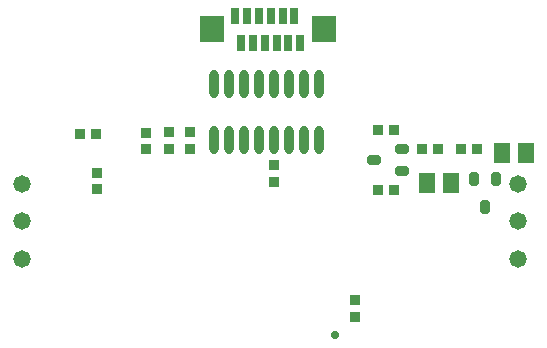
<source format=gbs>
G04 Layer_Color=16711935*
%FSLAX25Y25*%
%MOIN*%
G70*
G01*
G75*
%ADD26C,0.05800*%
%ADD27C,0.02800*%
%ADD28R,0.05800X0.07100*%
%ADD29O,0.03162X0.09461*%
G04:AMPARAMS|DCode=30|XSize=31.62mil|YSize=47.37mil|CornerRadius=9.91mil|HoleSize=0mil|Usage=FLASHONLY|Rotation=90.000|XOffset=0mil|YOffset=0mil|HoleType=Round|Shape=RoundedRectangle|*
%AMROUNDEDRECTD30*
21,1,0.03162,0.02756,0,0,90.0*
21,1,0.01181,0.04737,0,0,90.0*
1,1,0.01981,0.01378,0.00591*
1,1,0.01981,0.01378,-0.00591*
1,1,0.01981,-0.01378,-0.00591*
1,1,0.01981,-0.01378,0.00591*
%
%ADD30ROUNDEDRECTD30*%
G04:AMPARAMS|DCode=31|XSize=31.62mil|YSize=47.37mil|CornerRadius=9.91mil|HoleSize=0mil|Usage=FLASHONLY|Rotation=180.000|XOffset=0mil|YOffset=0mil|HoleType=Round|Shape=RoundedRectangle|*
%AMROUNDEDRECTD31*
21,1,0.03162,0.02756,0,0,180.0*
21,1,0.01181,0.04737,0,0,180.0*
1,1,0.01981,-0.00591,0.01378*
1,1,0.01981,0.00591,0.01378*
1,1,0.01981,0.00591,-0.01378*
1,1,0.01981,-0.00591,-0.01378*
%
%ADD31ROUNDEDRECTD31*%
%ADD32R,0.03800X0.03800*%
%ADD33R,0.03800X0.03800*%
%ADD34R,0.07887X0.08674*%
%ADD35R,0.02769X0.05721*%
D26*
X3687000Y2992500D02*
D03*
Y3005000D02*
D03*
Y3017500D02*
D03*
X3852500Y2992500D02*
D03*
Y3005000D02*
D03*
Y3017500D02*
D03*
D27*
X3791500Y2967000D02*
D03*
D28*
X3830000Y3017800D02*
D03*
X3822000D02*
D03*
X3855000Y3027800D02*
D03*
X3847000D02*
D03*
D29*
X3751000Y3050949D02*
D03*
X3756000D02*
D03*
X3761000D02*
D03*
X3766000D02*
D03*
X3771000D02*
D03*
X3776000D02*
D03*
X3781000D02*
D03*
X3786000D02*
D03*
X3751000Y3032051D02*
D03*
X3756000D02*
D03*
X3761000D02*
D03*
X3766000D02*
D03*
X3771000D02*
D03*
X3776000D02*
D03*
X3781000D02*
D03*
X3786000D02*
D03*
D30*
X3804276Y3025500D02*
D03*
X3813725Y3021760D02*
D03*
Y3029240D02*
D03*
D31*
X3841500Y3009776D02*
D03*
X3845240Y3019224D02*
D03*
X3837760D02*
D03*
D32*
X3820275Y3029000D02*
D03*
X3825725D02*
D03*
X3833275D02*
D03*
X3838725D02*
D03*
X3711725Y3034000D02*
D03*
X3706275D02*
D03*
X3805775Y3015500D02*
D03*
X3811225D02*
D03*
X3805775Y3035500D02*
D03*
X3811225D02*
D03*
D33*
X3728500Y3034450D02*
D03*
Y3029000D02*
D03*
X3712000Y3021225D02*
D03*
Y3015775D02*
D03*
X3771000Y3023725D02*
D03*
Y3018275D02*
D03*
X3798000Y2978725D02*
D03*
Y2973275D02*
D03*
X3736000Y3034750D02*
D03*
Y3029250D02*
D03*
X3743000D02*
D03*
Y3034750D02*
D03*
D34*
X3787717Y3069000D02*
D03*
X3750315D02*
D03*
D35*
X3779842Y3064571D02*
D03*
X3775906D02*
D03*
X3771968D02*
D03*
X3768031D02*
D03*
X3764095D02*
D03*
X3760157D02*
D03*
X3777874Y3073429D02*
D03*
X3773937D02*
D03*
X3770000D02*
D03*
X3766063D02*
D03*
X3762126D02*
D03*
X3758189D02*
D03*
M02*

</source>
